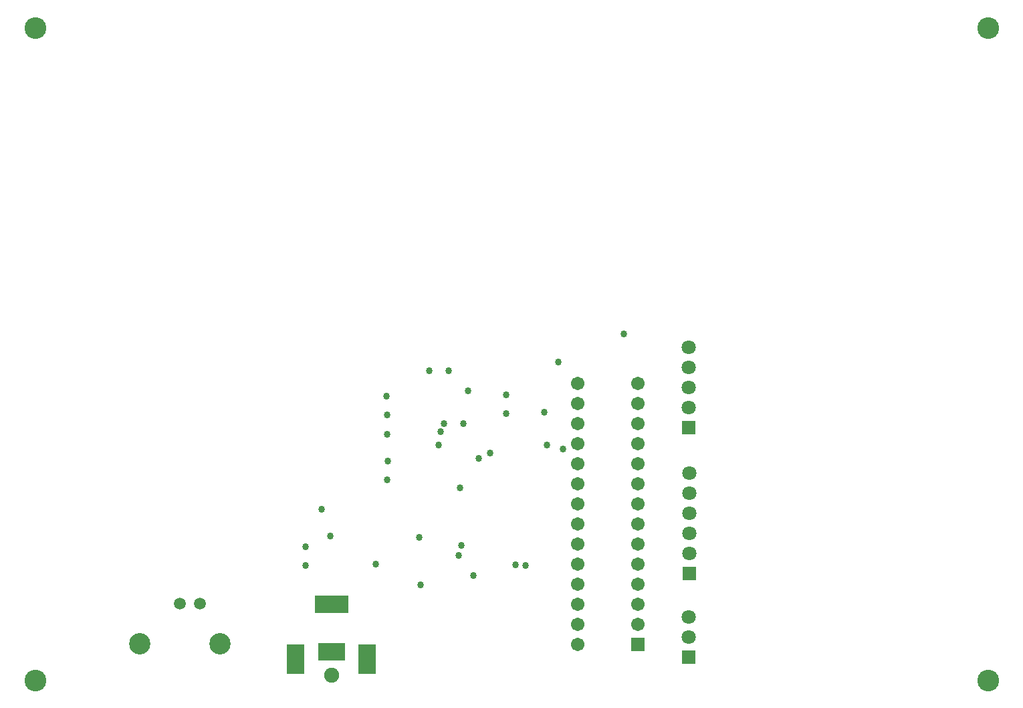
<source format=gbs>
G04*
G04 #@! TF.GenerationSoftware,Altium Limited,Altium Designer,18.1.9 (240)*
G04*
G04 Layer_Color=16711935*
%FSLAX25Y25*%
%MOIN*%
G70*
G01*
G75*
%ADD38C,0.05918*%
%ADD39C,0.10642*%
%ADD40C,0.06706*%
%ADD41R,0.06706X0.06706*%
%ADD42R,0.16548X0.08674*%
%ADD43R,0.13792X0.08674*%
%ADD44R,0.08674X0.14580*%
%ADD45C,0.07493*%
%ADD46C,0.07099*%
%ADD47R,0.07099X0.07099*%
%ADD48C,0.10800*%
%ADD63C,0.03400*%
D38*
X366600Y340400D02*
D03*
X356600D02*
D03*
D39*
X376600Y320400D02*
D03*
X336600D02*
D03*
D40*
X585000Y440300D02*
D03*
Y430300D02*
D03*
Y450300D02*
D03*
Y410300D02*
D03*
Y400300D02*
D03*
Y420300D02*
D03*
Y390300D02*
D03*
Y370300D02*
D03*
Y380300D02*
D03*
Y350300D02*
D03*
Y340300D02*
D03*
Y360300D02*
D03*
Y330300D02*
D03*
X555000Y450300D02*
D03*
Y430300D02*
D03*
Y420300D02*
D03*
Y440300D02*
D03*
Y400300D02*
D03*
Y390300D02*
D03*
Y410300D02*
D03*
Y370300D02*
D03*
Y380300D02*
D03*
Y340300D02*
D03*
Y360300D02*
D03*
Y350300D02*
D03*
Y320300D02*
D03*
Y330300D02*
D03*
D41*
X585000Y320300D02*
D03*
D42*
X432217Y340302D02*
D03*
D43*
Y316680D02*
D03*
D44*
X449933Y312743D02*
D03*
X414500D02*
D03*
D45*
X432217Y304869D02*
D03*
D46*
X610500Y323900D02*
D03*
Y333900D02*
D03*
X610600Y405700D02*
D03*
Y395700D02*
D03*
Y385700D02*
D03*
Y375700D02*
D03*
Y365700D02*
D03*
X610500Y438200D02*
D03*
Y448200D02*
D03*
Y458200D02*
D03*
Y468200D02*
D03*
D47*
Y313900D02*
D03*
X610600Y355700D02*
D03*
X610500Y428200D02*
D03*
D48*
X284550Y627350D02*
D03*
Y302350D02*
D03*
X759550D02*
D03*
Y627350D02*
D03*
D63*
X500258Y446400D02*
D03*
X538400Y436000D02*
D03*
X496900Y369400D02*
D03*
X431700Y374200D02*
D03*
X547600Y417500D02*
D03*
X511200Y415500D02*
D03*
X505698Y412779D02*
D03*
X454325Y360243D02*
D03*
X496500Y398100D02*
D03*
X529100Y359700D02*
D03*
X524000Y359900D02*
D03*
X502900Y354700D02*
D03*
X495700Y364700D02*
D03*
X476000Y373700D02*
D03*
X427178Y387500D02*
D03*
X419198Y359400D02*
D03*
Y368900D02*
D03*
X476700Y350000D02*
D03*
X545400Y461049D02*
D03*
X577900Y474900D02*
D03*
X539800Y419500D02*
D03*
X486700Y426200D02*
D03*
X485600Y419600D02*
D03*
X488179Y430298D02*
D03*
X498021D02*
D03*
X519400Y435100D02*
D03*
Y444400D02*
D03*
X490600Y456500D02*
D03*
X481100Y456400D02*
D03*
X460100Y402100D02*
D03*
X460200Y411400D02*
D03*
X459900Y425047D02*
D03*
Y434500D02*
D03*
X459800Y443900D02*
D03*
M02*

</source>
